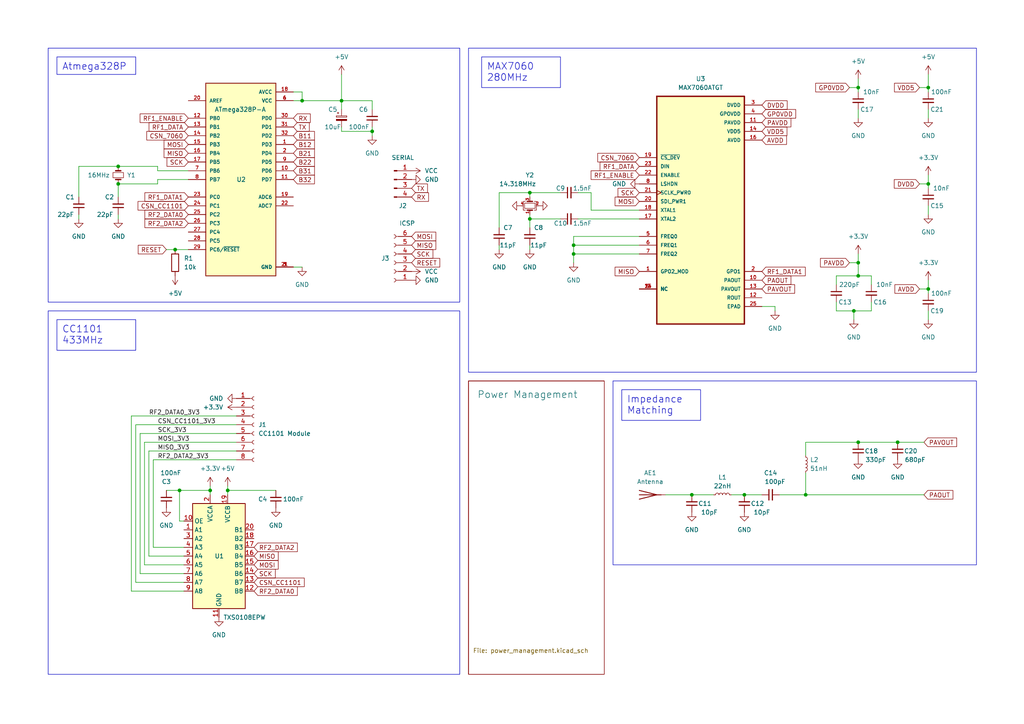
<source format=kicad_sch>
(kicad_sch (version 20230121) (generator eeschema)
  (paper "A4")
  (title_block (title "Garage Remote") (date "2023-07-05") (rev "2.0.0") (company "Pablo Ortiz López") (comment 1 "Garage remote able to open doors using a wide range of RF parameters and protocols") (comment 2 "ortizma.com"))
  (lib_symbols
    (symbol "ATMEGA328P-AU:ATMEGA328P-AU" (pin_names (offset 1.016))
      (property "Reference" "U" (at -10.1755 29.2546 0))
      (property "Value" "ATMEGA328P-AU" (at -10.1669 -31.7714 0))
      (symbol "ATMEGA328P-AU_0_0"
        (rectangle (start -10.16 -27.94) (end 10.16 27.94) (stroke (width 0.254)) (fill (type background)))
        (pin bidirectional line (at 15.24 10.16 180) (length 5.08) (name "PD3") (number "1"))
        (pin bidirectional line (at 15.24 2.54 180) (length 5.08) (name "PD6") (number "10"))
        (pin bidirectional line (at 15.24 0 180) (length 5.08) (name "PD7") (number "11"))
        (pin bidirectional line (at -15.24 17.78 0) (length 5.08) (name "PB0") (number "12"))
        (pin bidirectional line (at -15.24 15.24 0) (length 5.08) (name "PB1") (number "13"))
        (pin bidirectional line (at -15.24 12.7 0) (length 5.08) (name "PB2") (number "14"))
        (pin bidirectional line (at -15.24 10.16 0) (length 5.08) (name "PB3") (number "15"))
        (pin bidirectional line (at -15.24 7.62 0) (length 5.08) (name "PB4") (number "16"))
        (pin bidirectional line (at -15.24 5.08 0) (length 5.08) (name "PB5") (number "17"))
        (pin power_in line (at 15.24 25.4 180) (length 5.08) (name "AVCC") (number "18"))
        (pin bidirectional line (at 15.24 -5.08 180) (length 5.08) (name "ADC6") (number "19"))
        (pin bidirectional line (at 15.24 7.62 180) (length 5.08) (name "PD4") (number "2"))
        (pin input line (at -15.24 22.86 0) (length 5.08) (name "AREF") (number "20"))
        (pin power_in line (at 15.24 -25.4 180) (length 5.08) (name "GND") (number "21"))
        (pin bidirectional line (at 15.24 -7.62 180) (length 5.08) (name "ADC7") (number "22"))
        (pin bidirectional line (at -15.24 -5.08 0) (length 5.08) (name "PC0") (number "23"))
        (pin bidirectional line (at -15.24 -7.62 0) (length 5.08) (name "PC1") (number "24"))
        (pin bidirectional line (at -15.24 -10.16 0) (length 5.08) (name "PC2") (number "25"))
        (pin bidirectional line (at -15.24 -12.7 0) (length 5.08) (name "PC3") (number "26"))
        (pin bidirectional line (at -15.24 -15.24 0) (length 5.08) (name "PC4") (number "27"))
        (pin bidirectional line (at -15.24 -17.78 0) (length 5.08) (name "PC5") (number "28"))
        (pin bidirectional line (at -15.24 -20.32 0) (length 5.08) (name "PC6/~{RESET}") (number "29"))
        (pin power_in line (at 15.24 -25.4 180) (length 5.08) (name "GND") (number "3"))
        (pin bidirectional line (at 15.24 17.78 180) (length 5.08) (name "PD0") (number "30"))
        (pin bidirectional line (at 15.24 15.24 180) (length 5.08) (name "PD1") (number "31"))
        (pin bidirectional line (at 15.24 12.7 180) (length 5.08) (name "PD2") (number "32"))
        (pin power_in line (at 15.24 22.86 180) (length 5.08) (name "VCC") (number "4"))
        (pin power_in line (at 15.24 -25.4 180) (length 5.08) (name "GND") (number "5"))
        (pin power_in line (at 15.24 22.86 180) (length 5.08) (name "VCC") (number "6"))
        (pin bidirectional line (at -15.24 2.54 0) (length 5.08) (name "PB6") (number "7"))
        (pin bidirectional line (at -15.24 0 0) (length 5.08) (name "PB7") (number "8"))
        (pin bidirectional line (at 15.24 5.08 180) (length 5.08) (name "PD5") (number "9"))
      )
    )
    (symbol "Connector:Conn_01x04_Pin" (pin_names (offset 1.016) hide)
      (property "Reference" "J" (at 0 5.08 0))
      (property "Value" "Conn_01x04_Pin" (at 0 -7.62 0))
      (symbol "Conn_01x04_Pin_1_1"
        (polyline (pts (xy 1.27 -5.08) (xy 0.8636 -5.08)) (stroke (width 0.1524)))
        (polyline (pts (xy 1.27 -2.54) (xy 0.8636 -2.54)) (stroke (width 0.1524)))
        (polyline (pts (xy 1.27 0) (xy 0.8636 0)) (stroke (width 0.1524)))
        (polyline (pts (xy 1.27 2.54) (xy 0.8636 2.54)) (stroke (width 0.1524)))
        (rectangle (start 0.8636 -4.953) (end 0 -5.207) (stroke (width 0.1524)) (fill (type outline)))
        (rectangle (start 0.8636 -2.413) (end 0 -2.667) (stroke (width 0.1524)) (fill (type outline)))
        (rectangle (start 0.8636 0.127) (end 0 -0.127) (stroke (width 0.1524)) (fill (type outline)))
        (rectangle (start 0.8636 2.667) (end 0 2.413) (stroke (width 0.1524)) (fill (type outline)))
        (pin passive line (at 5.08 2.54 180) (length 3.81) (name "Pin_1") (number "1"))
        (pin passive line (at 5.08 0 180) (length 3.81) (name "Pin_2") (number "2"))
        (pin passive line (at 5.08 -2.54 180) (length 3.81) (name "Pin_3") (number "3"))
        (pin passive line (at 5.08 -5.08 180) (length 3.81) (name "Pin_4") (number "4"))
      )
    )
    (symbol "Connector:Conn_01x06_Socket" (pin_names (offset 1.016) hide)
      (property "Reference" "J" (at 0 7.62 0))
      (property "Value" "Conn_01x06_Socket" (at 0 -10.16 0))
      (symbol "Conn_01x06_Socket_1_1"
        (arc (start 0 -7.112) (mid -0.5058 -7.62) (end 0 -8.128) (stroke (width 0.1524)))
        (arc (start 0 -4.572) (mid -0.5058 -5.08) (end 0 -5.588) (stroke (width 0.1524)))
        (arc (start 0 -2.032) (mid -0.5058 -2.54) (end 0 -3.048) (stroke (width 0.1524)))
        (polyline (pts (xy -1.27 -7.62) (xy -0.508 -7.62)) (stroke (width 0.1524)))
        (polyline (pts (xy -1.27 -5.08) (xy -0.508 -5.08)) (stroke (width 0.1524)))
        (polyline (pts (xy -1.27 -2.54) (xy -0.508 -2.54)) (stroke (width 0.1524)))
        (polyline (pts (xy -1.27 0) (xy -0.508 0)) (stroke (width 0.1524)))
        (polyline (pts (xy -1.27 2.54) (xy -0.508 2.54)) (stroke (width 0.1524)))
        (polyline (pts (xy -1.27 5.08) (xy -0.508 5.08)) (stroke (width 0.1524)))
        (arc (start 0 0.508) (mid -0.5058 0) (end 0 -0.508) (stroke (width 0.1524)))
        (arc (start 0 3.048) (mid -0.5058 2.54) (end 0 2.032) (stroke (width 0.1524)))
        (arc (start 0 5.588) (mid -0.5058 5.08) (end 0 4.572) (stroke (width 0.1524)))
        (pin passive line (at -5.08 5.08 0) (length 3.81) (name "Pin_1") (number "1"))
        (pin passive line (at -5.08 2.54 0) (length 3.81) (name "Pin_2") (number "2"))
        (pin passive line (at -5.08 0 0) (length 3.81) (name "Pin_3") (number "3"))
        (pin passive line (at -5.08 -2.54 0) (length 3.81) (name "Pin_4") (number "4"))
        (pin passive line (at -5.08 -5.08 0) (length 3.81) (name "Pin_5") (number "5"))
        (pin passive line (at -5.08 -7.62 0) (length 3.81) (name "Pin_6") (number "6"))
      )
    )
    (symbol "Connector:Conn_01x08_Socket" (pin_names (offset 1.016) hide)
      (property "Reference" "J" (at 0 10.16 0))
      (property "Value" "Conn_01x08_Socket" (at 0 -12.7 0))
      (symbol "Conn_01x08_Socket_1_1"
        (arc (start 0 -9.652) (mid -0.5058 -10.16) (end 0 -10.668) (stroke (width 0.1524)))
        (arc (start 0 -7.112) (mid -0.5058 -7.62) (end 0 -8.128) (stroke (width 0.1524)))
        (arc (start 0 -4.572) (mid -0.5058 -5.08) (end 0 -5.588) (stroke (width 0.1524)))
        (arc (start 0 -2.032) (mid -0.5058 -2.54) (end 0 -3.048) (stroke (width 0.1524)))
        (polyline (pts (xy -1.27 -10.16) (xy -0.508 -10.16)) (stroke (width 0.1524)))
        (polyline (pts (xy -1.27 -7.62) (xy -0.508 -7.62)) (stroke (width 0.1524)))
        (polyline (pts (xy -1.27 -5.08) (xy -0.508 -5.08)) (stroke (width 0.1524)))
        (polyline (pts (xy -1.27 -2.54) (xy -0.508 -2.54)) (stroke (width 0.1524)))
        (polyline (pts (xy -1.27 0) (xy -0.508 0)) (stroke (width 0.1524)))
        (polyline (pts (xy -1.27 2.54) (xy -0.508 2.54)) (stroke (width 0.1524)))
        (polyline (pts (xy -1.27 5.08) (xy -0.508 5.08)) (stroke (width 0.1524)))
        (polyline (pts (xy -1.27 7.62) (xy -0.508 7.62)) (stroke (width 0.1524)))
        (arc (start 0 0.508) (mid -0.5058 0) (end 0 -0.508) (stroke (width 0.1524)))
        (arc (start 0 3.048) (mid -0.5058 2.54) (end 0 2.032) (stroke (width 0.1524)))
        (arc (start 0 5.588) (mid -0.5058 5.08) (end 0 4.572) (stroke (width 0.1524)))
        (arc (start 0 8.128) (mid -0.5058 7.62) (end 0 7.112) (stroke (width 0.1524)))
        (pin passive line (at -5.08 7.62 0) (length 3.81) (name "Pin_1") (number "1"))
        (pin passive line (at -5.08 5.08 0) (length 3.81) (name "Pin_2") (number "2"))
        (pin passive line (at -5.08 2.54 0) (length 3.81) (name "Pin_3") (number "3"))
        (pin passive line (at -5.08 0 0) (length 3.81) (name "Pin_4") (number "4"))
        (pin passive line (at -5.08 -2.54 0) (length 3.81) (name "Pin_5") (number "5"))
        (pin passive line (at -5.08 -5.08 0) (length 3.81) (name "Pin_6") (number "6"))
        (pin passive line (at -5.08 -7.62 0) (length 3.81) (name "Pin_7") (number "7"))
        (pin passive line (at -5.08 -10.16 0) (length 3.81) (name "Pin_8") (number "8"))
      )
    )
    (symbol "Device:Antenna" (pin_numbers hide) (pin_names (offset 1.016) hide)
      (property "Reference" "AE" (at -1.905 1.905 0))
      (property "Value" "Antenna" (at -1.905 0 0))
      (symbol "Antenna_0_1"
        (polyline (pts (xy 0 2.54) (xy 0 -3.81)) (stroke (width 0.254)))
        (polyline (pts (xy 1.27 2.54) (xy 0 -2.54) (xy -1.27 2.54)) (stroke (width 0.254)))
      )
      (symbol "Antenna_1_1"
        (pin input line (at 0 -5.08 90) (length 2.54) (name "A") (number "1"))
      )
    )
    (symbol "Device:C_Polarized_Small" (pin_numbers hide) (pin_names (offset 0.254) hide)
      (property "Reference" "C" (at 0.254 1.778 0))
      (property "Value" "C_Polarized_Small" (at 0.254 -2.032 0))
      (symbol "C_Polarized_Small_0_1"
        (rectangle (start -1.524 -0.3048) (end 1.524 -0.6858) (fill (type outline)))
        (rectangle (start -1.524 0.6858) (end 1.524 0.3048))
        (polyline (pts (xy -1.27 1.524) (xy -0.762 1.524)))
        (polyline (pts (xy -1.016 1.27) (xy -1.016 1.778)))
      )
      (symbol "C_Polarized_Small_1_1"
        (pin passive line (at 0 2.54 270) (length 1.8542) (name "~") (number "1"))
        (pin passive line (at 0 -2.54 90) (length 1.8542) (name "~") (number "2"))
      )
    )
    (symbol "Device:C_Small" (pin_numbers hide) (pin_names (offset 0.254) hide)
      (property "Reference" "C" (at 0.254 1.778 0))
      (property "Value" "C_Small" (at 0.254 -2.032 0))
      (symbol "C_Small_0_1"
        (polyline (pts (xy -1.524 -0.508) (xy 1.524 -0.508)) (stroke (width 0.3302)))
        (polyline (pts (xy -1.524 0.508) (xy 1.524 0.508)) (stroke (width 0.3048)))
      )
      (symbol "C_Small_1_1"
        (pin passive line (at 0 2.54 270) (length 2.032) (name "~") (number "1"))
        (pin passive line (at 0 -2.54 90) (length 2.032) (name "~") (number "2"))
      )
    )
    (symbol "Device:Crystal_GND24_Small" (pin_names (offset 1.016) hide)
      (property "Reference" "Y" (at 1.27 4.445 0))
      (property "Value" "Crystal_GND24_Small" (at 1.27 2.54 0))
      (symbol "Crystal_GND24_Small_0_1"
        (rectangle (start -0.762 -1.524) (end 0.762 1.524))
        (polyline (pts (xy -1.27 -0.762) (xy -1.27 0.762)) (stroke (width 0.381)))
        (polyline (pts (xy 1.27 -0.762) (xy 1.27 0.762)) (stroke (width 0.381)))
        (polyline (pts (xy -1.27 -1.27) (xy -1.27 -1.905) (xy 1.27 -1.905) (xy 1.27 -1.27)))
        (polyline (pts (xy -1.27 1.27) (xy -1.27 1.905) (xy 1.27 1.905) (xy 1.27 1.27)))
      )
      (symbol "Crystal_GND24_Small_1_1"
        (pin passive line (at -2.54 0 0) (length 1.27) (name "1") (number "1"))
        (pin passive line (at 0 -2.54 90) (length 0.635) (name "2") (number "2"))
        (pin passive line (at 2.54 0 180) (length 1.27) (name "3") (number "3"))
        (pin passive line (at 0 2.54 270) (length 0.635) (name "4") (number "4"))
      )
    )
    (symbol "Device:Crystal_Small" (pin_numbers hide) (pin_names (offset 1.016) hide)
      (property "Reference" "Y" (at 0 2.54 0))
      (property "Value" "Crystal_Small" (at 0 -2.54 0))
      (symbol "Crystal_Small_0_1"
        (rectangle (start -0.762 -1.524) (end 0.762 1.524))
        (polyline (pts (xy -1.27 -0.762) (xy -1.27 0.762)) (stroke (width 0.381)))
        (polyline (pts (xy 1.27 -0.762) (xy 1.27 0.762)) (stroke (width 0.381)))
      )
      (symbol "Crystal_Small_1_1"
        (pin passive line (at -2.54 0 0) (length 1.27) (name "1") (number "1"))
        (pin passive line (at 2.54 0 180) (length 1.27) (name "2") (number "2"))
      )
    )
    (symbol "Device:L_Small" (pin_numbers hide) (pin_names (offset 0.254) hide)
      (property "Reference" "L" (at 0.762 1.016 0))
      (property "Value" "L_Small" (at 0.762 -1.016 0))
      (symbol "L_Small_0_1"
        (arc (start 0 -2.032) (mid 0.5058 -1.524) (end 0 -1.016))
        (arc (start 0 -1.016) (mid 0.5058 -0.508) (end 0 0))
        (arc (start 0 0) (mid 0.5058 0.508) (end 0 1.016))
        (arc (start 0 1.016) (mid 0.5058 1.524) (end 0 2.032))
      )
      (symbol "L_Small_1_1"
        (pin passive line (at 0 2.54 270) (length 0.508) (name "~") (number "1"))
        (pin passive line (at 0 -2.54 90) (length 0.508) (name "~") (number "2"))
      )
    )
    (symbol "Device:R" (pin_numbers hide) (pin_names (offset 0))
      (property "Reference" "R" (at 2.032 0 90))
      (property "Value" "R" (at 0 0 90))
      (symbol "R_0_1"
        (rectangle (start -1.016 -2.54) (end 1.016 2.54) (stroke (width 0.254)))
      )
      (symbol "R_1_1"
        (pin passive line (at 0 3.81 270) (length 1.27) (name "~") (number "1"))
        (pin passive line (at 0 -3.81 90) (length 1.27) (name "~") (number "2"))
      )
    )
    (symbol "Logic_LevelTranslator:TXS0108EPW"
      (property "Reference" "U" (at -6.35 16.51 0))
      (property "Value" "TXS0108EPW" (at 3.81 16.51 0))
      (symbol "TXS0108EPW_0_1"
        (rectangle (start -7.62 15.24) (end 7.62 -15.24) (stroke (width 0.254)) (fill (type background)))
      )
      (symbol "TXS0108EPW_1_1"
        (pin bidirectional line (at -10.16 7.62 0) (length 2.54) (name "A1") (number "1"))
        (pin input line (at -10.16 10.16 0) (length 2.54) (name "OE") (number "10"))
        (pin power_in line (at 0 -17.78 90) (length 2.54) (name "GND") (number "11"))
        (pin bidirectional line (at 10.16 -10.16 180) (length 2.54) (name "B8") (number "12"))
        (pin bidirectional line (at 10.16 -7.62 180) (length 2.54) (name "B7") (number "13"))
        (pin bidirectional line (at 10.16 -5.08 180) (length 2.54) (name "B6") (number "14"))
        (pin bidirectional line (at 10.16 -2.54 180) (length 2.54) (name "B5") (number "15"))
        (pin bidirectional line (at 10.16 0 180) (length 2.54) (name "B4") (number "16"))
        (pin bidirectional line (at 10.16 2.54 180) (length 2.54) (name "B3") (number "17"))
        (pin bidirectional line (at 10.16 5.08 180) (length 2.54) (name "B2") (number "18"))
        (pin power_in line (at 2.54 17.78 270) (length 2.54) (name "VCCB") (number "19"))
        (pin power_in line (at -2.54 17.78 270) (length 2.54) (name "VCCA") (number "2"))
        (pin bidirectional line (at 10.16 7.62 180) (length 2.54) (name "B1") (number "20"))
        (pin bidirectional line (at -10.16 5.08 0) (length 2.54) (name "A2") (number "3"))
        (pin bidirectional line (at -10.16 2.54 0) (length 2.54) (name "A3") (number "4"))
        (pin bidirectional line (at -10.16 0 0) (length 2.54) (name "A4") (number "5"))
        (pin bidirectional line (at -10.16 -2.54 0) (length 2.54) (name "A5") (number "6"))
        (pin bidirectional line (at -10.16 -5.08 0) (length 2.54) (name "A6") (number "7"))
        (pin bidirectional line (at -10.16 -7.62 0) (length 2.54) (name "A7") (number "8"))
        (pin bidirectional line (at -10.16 -10.16 0) (length 2.54) (name "A8") (number "9"))
      )
    )
    (symbol "MAX7060ATGT:MAX7060ATGT" (pin_names (offset 1.016))
      (property "Reference" "U" (at -12.7 34.02 0))
      (property "Value" "MAX7060ATGT" (at -12.7 -37.02 0))
      (symbol "MAX7060ATGT_0_0"
        (rectangle (start -12.7 -33.02) (end 12.7 33.02) (stroke (width 0.41)) (fill (type background)))
        (pin bidirectional line (at -17.78 -17.78 0) (length 5.08) (name "GPO2_MOD") (number "1"))
        (pin output line (at 17.78 -20.32 180) (length 5.08) (name "PAOUT") (number "10"))
        (pin power_in line (at 17.78 25.4 180) (length 5.08) (name "PAVDD") (number "11"))
        (pin output line (at 17.78 -25.4 180) (length 5.08) (name "ROUT") (number "12"))
        (pin output line (at 17.78 -22.86 180) (length 5.08) (name "PAVOUT") (number "13"))
        (pin power_in line (at 17.78 22.86 180) (length 5.08) (name "VDD5") (number "14"))
        (pin bidirectional line (at -17.78 -22.86 0) (length 5.08) (name "NC") (number "15"))
        (pin power_in line (at 17.78 20.32 180) (length 5.08) (name "AVDD") (number "16"))
        (pin input line (at -17.78 -2.54 0) (length 5.08) (name "XTAL2") (number "17"))
        (pin input line (at -17.78 0 0) (length 5.08) (name "XTAL1") (number "18"))
        (pin input line (at -17.78 15.24 0) (length 5.08) (name "~{CS_DEV}") (number "19"))
        (pin output line (at 17.78 -17.78 180) (length 5.08) (name "GPO1") (number "2"))
        (pin input line (at -17.78 2.54 0) (length 5.08) (name "SDI_PWR1") (number "20"))
        (pin input clock (at -17.78 5.08 0) (length 5.08) (name "SCLK_PWR0") (number "21"))
        (pin input line (at -17.78 10.16 0) (length 5.08) (name "ENABLE") (number "22"))
        (pin input line (at -17.78 12.7 0) (length 5.08) (name "DIN") (number "23"))
        (pin bidirectional line (at -17.78 -22.86 0) (length 5.08) (name "NC") (number "24"))
        (pin power_in line (at 17.78 -27.94 180) (length 5.08) (name "EPAD") (number "25"))
        (pin power_in line (at 17.78 30.48 180) (length 5.08) (name "DVDD") (number "3"))
        (pin power_in line (at 17.78 27.94 180) (length 5.08) (name "GPOVDD") (number "4"))
        (pin bidirectional line (at -17.78 -7.62 0) (length 5.08) (name "FREQ0") (number "5"))
        (pin bidirectional line (at -17.78 -10.16 0) (length 5.08) (name "FREQ1") (number "6"))
        (pin bidirectional line (at -17.78 -12.7 0) (length 5.08) (name "FREQ2") (number "7"))
        (pin input line (at -17.78 7.62 0) (length 5.08) (name "LSHDN") (number "8"))
        (pin bidirectional line (at -17.78 -22.86 0) (length 5.08) (name "NC") (number "9"))
      )
    )
    (symbol "power:+3.3V" (power) (pin_names (offset 0))
      (property "Value" "+3.3V" (at 0 3.556 0))
      (symbol "+3.3V_0_1"
        (polyline (pts (xy -0.762 1.27) (xy 0 2.54)))
        (polyline (pts (xy 0 0) (xy 0 2.54)))
        (polyline (pts (xy 0 2.54) (xy 0.762 1.27)))
      )
      (symbol "+3.3V_1_1"
        (pin power_in line (at 0 0 90) (length 0) hide (name "+3.3V") (number "1"))
      )
    )
    (symbol "power:+5V" (power) (pin_names (offset 0))
      (property "Value" "+5V" (at 0 3.556 0))
      (symbol "+5V_0_1"
        (polyline (pts (xy -0.762 1.27) (xy 0 2.54)))
        (polyline (pts (xy 0 0) (xy 0 2.54)))
        (polyline (pts (xy 0 2.54) (xy 0.762 1.27)))
      )
      (symbol "+5V_1_1"
        (pin power_in line (at 0 0 90) (length 0) hide (name "+5V") (number "1"))
      )
    )
    (symbol "power:GND" (power) (pin_names (offset 0))
      (property "Value" "GND" (at 0 -3.81 0))
      (symbol "GND_0_1"
        (polyline (pts (xy 0 0) (xy 0 -1.27) (xy 1.27 -1.27) (xy 0 -2.54) (xy -1.27 -1.27) (xy 0 -1.27)))
      )
      (symbol "GND_1_1"
        (pin power_in line (at 0 0 270) (length 0) hide (name "GND") (number "1"))
      )
    )
    (symbol "power:VCC" (power) (pin_names (offset 0))
      (property "Value" "VCC" (at 0 3.81 0))
      (symbol "VCC_0_1"
        (polyline (pts (xy -0.762 1.27) (xy 0 2.54)))
        (polyline (pts (xy 0 0) (xy 0 2.54)))
        (polyline (pts (xy 0 2.54) (xy 0.762 1.27)))
      )
      (symbol "VCC_1_1"
        (pin power_in line (at 0 0 90) (length 0) hide (name "VCC") (number "1"))
      )
    )
  )
  (junction (at 60.96 142.24))
  (junction (at 269.24 83.82))
  (junction (at 248.92 128.27))
  (junction (at 153.67 63.5))
  (junction (at 269.24 53.34))
  (junction (at 166.37 71.12))
  (junction (at 66.04 142.24))
  (junction (at 34.29 48.26))
  (junction (at 153.67 55.88))
  (junction (at 248.92 25.4))
  (junction (at 99.06 29.21))
  (junction (at 50.8 72.39))
  (junction (at 269.24 25.4))
  (junction (at 166.37 73.66))
  (junction (at 107.95 38.1))
  (junction (at 215.9 143.51))
  (junction (at 248.92 80.01))
  (junction (at 260.35 128.27))
  (junction (at 233.68 143.51))
  (junction (at 248.92 76.2))
  (junction (at 87.63 29.21))
  (junction (at 52.07 142.24))
  (junction (at 34.29 53.34))
  (junction (at 247.65 90.17))
  (junction (at 200.66 143.51))
  (wire (pts (xy 53.34 151.13) (xy 52.07 151.13)))
  (wire (pts (xy 224.79 90.17) (xy 224.79 88.9)))
  (wire (pts (xy 87.63 26.67) (xy 87.63 29.21)))
  (wire (pts (xy 107.95 38.1) (xy 107.95 39.37)))
  (wire (pts (xy 269.24 53.34) (xy 269.24 54.61)))
  (wire (pts (xy 247.65 92.71) (xy 247.65 90.17)))
  (wire (pts (xy 66.04 142.24) (xy 80.01 142.24)))
  (wire (pts (xy 44.45 133.35) (xy 44.45 158.75)))
  (wire (pts (xy 171.45 60.96) (xy 185.42 60.96)))
  (wire (pts (xy 248.92 80.01) (xy 252.73 80.01)))
  (wire (pts (xy 22.86 57.15) (xy 22.86 48.26)))
  (wire (pts (xy 242.57 80.01) (xy 248.92 80.01)))
  (wire (pts (xy 53.34 166.37) (xy 40.64 166.37)))
  (wire (pts (xy 45.72 48.26) (xy 45.72 49.53)))
  (wire (pts (xy 269.24 59.69) (xy 269.24 62.23)))
  (wire (pts (xy 269.24 90.17) (xy 269.24 92.71)))
  (wire (pts (xy 242.57 90.17) (xy 247.65 90.17)))
  (wire (pts (xy 85.09 77.47) (xy 87.63 77.47)))
  (wire (pts (xy 41.91 163.83) (xy 53.34 163.83)))
  (wire (pts (xy 87.63 29.21) (xy 99.06 29.21)))
  (wire (pts (xy 166.37 73.66) (xy 166.37 76.2)))
  (wire (pts (xy 99.06 31.75) (xy 99.06 29.21)))
  (wire (pts (xy 68.58 120.65) (xy 38.1 120.65)))
  (wire (pts (xy 166.37 71.12) (xy 166.37 73.66)))
  (wire (pts (xy 144.78 55.88) (xy 153.67 55.88)))
  (wire (pts (xy 153.67 72.39) (xy 153.67 71.12)))
  (wire (pts (xy 153.67 62.23) (xy 153.67 63.5)))
  (wire (pts (xy 247.65 90.17) (xy 252.73 90.17)))
  (wire (pts (xy 40.64 125.73) (xy 68.58 125.73)))
  (wire (pts (xy 22.86 48.26) (xy 34.29 48.26)))
  (wire (pts (xy 34.29 53.34) (xy 34.29 57.15)))
  (wire (pts (xy 99.06 38.1) (xy 99.06 36.83)))
  (wire (pts (xy 60.96 142.24) (xy 60.96 143.51)))
  (wire (pts (xy 248.92 22.86) (xy 248.92 25.4)))
  (wire (pts (xy 52.07 142.24) (xy 60.96 142.24)))
  (wire (pts (xy 248.92 25.4) (xy 248.92 26.67)))
  (wire (pts (xy 99.06 21.59) (xy 99.06 29.21)))
  (wire (pts (xy 193.04 143.51) (xy 200.66 143.51)))
  (wire (pts (xy 153.67 55.88) (xy 162.56 55.88)))
  (wire (pts (xy 246.38 25.4) (xy 248.92 25.4)))
  (wire (pts (xy 39.37 168.91) (xy 53.34 168.91)))
  (wire (pts (xy 269.24 26.67) (xy 269.24 25.4)))
  (wire (pts (xy 233.68 137.16) (xy 233.68 143.51)))
  (wire (pts (xy 43.18 130.81) (xy 68.58 130.81)))
  (wire (pts (xy 248.92 76.2) (xy 248.92 80.01)))
  (wire (pts (xy 248.92 73.66) (xy 248.92 76.2)))
  (wire (pts (xy 45.72 53.34) (xy 34.29 53.34)))
  (wire (pts (xy 269.24 81.28) (xy 269.24 83.82)))
  (wire (pts (xy 66.04 140.97) (xy 66.04 142.24)))
  (wire (pts (xy 200.66 143.51) (xy 207.01 143.51)))
  (wire (pts (xy 52.07 142.24) (xy 52.07 151.13)))
  (wire (pts (xy 144.78 66.04) (xy 144.78 55.88)))
  (wire (pts (xy 53.34 161.29) (xy 43.18 161.29)))
  (wire (pts (xy 266.7 83.82) (xy 269.24 83.82)))
  (wire (pts (xy 233.68 128.27) (xy 248.92 128.27)))
  (wire (pts (xy 41.91 128.27) (xy 41.91 163.83)))
  (wire (pts (xy 269.24 25.4) (xy 266.7 25.4)))
  (wire (pts (xy 38.1 120.65) (xy 38.1 171.45)))
  (wire (pts (xy 153.67 63.5) (xy 153.67 66.04)))
  (wire (pts (xy 233.68 128.27) (xy 233.68 132.08)))
  (wire (pts (xy 167.64 63.5) (xy 185.42 63.5)))
  (wire (pts (xy 48.26 142.24) (xy 52.07 142.24)))
  (wire (pts (xy 45.72 49.53) (xy 54.61 49.53)))
  (wire (pts (xy 269.24 21.59) (xy 269.24 25.4)))
  (wire (pts (xy 99.06 29.21) (xy 107.95 29.21)))
  (wire (pts (xy 224.79 88.9) (xy 220.98 88.9)))
  (wire (pts (xy 48.26 72.39) (xy 50.8 72.39)))
  (wire (pts (xy 212.09 143.51) (xy 215.9 143.51)))
  (wire (pts (xy 107.95 29.21) (xy 107.95 31.75)))
  (wire (pts (xy 153.67 57.15) (xy 153.67 55.88)))
  (wire (pts (xy 269.24 50.8) (xy 269.24 53.34)))
  (wire (pts (xy 267.97 128.27) (xy 260.35 128.27)))
  (wire (pts (xy 269.24 34.29) (xy 269.24 31.75)))
  (wire (pts (xy 66.04 142.24) (xy 66.04 143.51)))
  (wire (pts (xy 85.09 26.67) (xy 87.63 26.67)))
  (wire (pts (xy 166.37 71.12) (xy 185.42 71.12)))
  (wire (pts (xy 242.57 90.17) (xy 242.57 87.63)))
  (wire (pts (xy 39.37 123.19) (xy 39.37 168.91)))
  (wire (pts (xy 260.35 128.27) (xy 248.92 128.27)))
  (wire (pts (xy 34.29 48.26) (xy 45.72 48.26)))
  (wire (pts (xy 99.06 38.1) (xy 107.95 38.1)))
  (wire (pts (xy 215.9 143.51) (xy 220.98 143.51)))
  (wire (pts (xy 233.68 143.51) (xy 226.06 143.51)))
  (wire (pts (xy 60.96 140.97) (xy 60.96 142.24)))
  (wire (pts (xy 43.18 161.29) (xy 43.18 130.81)))
  (wire (pts (xy 68.58 133.35) (xy 44.45 133.35)))
  (wire (pts (xy 171.45 55.88) (xy 171.45 60.96)))
  (wire (pts (xy 87.63 29.21) (xy 85.09 29.21)))
  (wire (pts (xy 248.92 34.29) (xy 248.92 31.75)))
  (wire (pts (xy 45.72 52.07) (xy 45.72 53.34)))
  (wire (pts (xy 166.37 68.58) (xy 166.37 71.12)))
  (wire (pts (xy 167.64 55.88) (xy 171.45 55.88)))
  (wire (pts (xy 40.64 166.37) (xy 40.64 125.73)))
  (wire (pts (xy 252.73 90.17) (xy 252.73 87.63)))
  (wire (pts (xy 54.61 52.07) (xy 45.72 52.07)))
  (wire (pts (xy 34.29 63.5) (xy 34.29 62.23)))
  (wire (pts (xy 246.38 76.2) (xy 248.92 76.2)))
  (wire (pts (xy 22.86 62.23) (xy 22.86 63.5)))
  (wire (pts (xy 153.67 63.5) (xy 162.56 63.5)))
  (wire (pts (xy 44.45 158.75) (xy 53.34 158.75)))
  (wire (pts (xy 166.37 73.66) (xy 185.42 73.66)))
  (wire (pts (xy 266.7 53.34) (xy 269.24 53.34)))
  (wire (pts (xy 252.73 80.01) (xy 252.73 82.55)))
  (wire (pts (xy 144.78 71.12) (xy 144.78 72.39)))
  (wire (pts (xy 269.24 83.82) (xy 269.24 85.09)))
  (wire (pts (xy 38.1 171.45) (xy 53.34 171.45)))
  (wire (pts (xy 242.57 80.01) (xy 242.57 82.55)))
  (wire (pts (xy 233.68 143.51) (xy 267.97 143.51)))
  (wire (pts (xy 107.95 38.1) (xy 107.95 36.83)))
  (wire (pts (xy 68.58 128.27) (xy 41.91 128.27)))
  (wire (pts (xy 50.8 72.39) (xy 54.61 72.39)))
  (wire (pts (xy 185.42 68.58) (xy 166.37 68.58)))
  (wire (pts (xy 68.58 123.19) (xy 39.37 123.19)))
  (rectangle (start 13.97 90.17) (end 133.35 195.58))
  (rectangle (start 135.89 13.97) (end 283.21 107.95))
  (rectangle (start 13.97 13.97) (end 133.35 87.63))
  (rectangle (start 177.8 110.49) (end 283.21 163.83))
  (text_box "MAX7060\n280MHz" (at 139.7 16.51 0) (size 22.86 8.89) (effects (font (size 2 2)) (justify left top)))
  (text_box "Impedance\nMatching" (at 180.34 113.03 0) (size 22.86 8.89) (effects (font (size 2 2)) (justify left top)))
  (text_box "Atmega328P" (at 16.51 16.51 0) (size 22.86 5.08) (effects (font (size 2 2)) (justify left top)))
  (text_box "CC1101\n433MHz" (at 16.51 92.71 0) (size 22.86 8.89) (effects (font (size 2 2)) (justify left top)))
  (label "MOSI_3V3" (at 45.72 128.27 0))
  (label "CSN_CC1101_3V3" (at 45.72 123.19 0))
  (label "RF2_DATA0_3V3" (at 43.18 120.65 0))
  (label "MISO_3V3" (at 45.72 130.81 0))
  (label "RF2_DATA2_3V3" (at 45.72 133.35 0))
  (label "SCK_3V3" (at 45.72 125.73 0))
  (global_label "MOSI" (shape input) (at 185.42 58.42 180) (property "Intersheetrefs" "${INTERSHEET_REFS}" (effects hide)))
  (global_label "MISO" (shape input) (at 185.42 78.74 180) (property "Intersheetrefs" "${INTERSHEET_REFS}" (effects hide)))
  (global_label "TX" (shape input) (at 85.09 36.83 0) (property "Intersheetrefs" "${INTERSHEET_REFS}" (effects hide)))
  (global_label "MISO" (shape input) (at 73.66 161.29 0) (property "Intersheetrefs" "${INTERSHEET_REFS}" (effects hide)))
  (global_label "RESET" (shape input) (at 48.26 72.39 180) (property "Intersheetrefs" "${INTERSHEET_REFS}" (effects hide)))
  (global_label "MOSI" (shape input) (at 54.61 41.91 180) (property "Intersheetrefs" "${INTERSHEET_REFS}" (effects hide)))
  (global_label "DVDD" (shape input) (at 266.7 53.34 180) (property "Intersheetrefs" "${INTERSHEET_REFS}" (effects hide)))
  (global_label "RF2_DATA2" (shape input) (at 54.61 64.77 180) (property "Intersheetrefs" "${INTERSHEET_REFS}" (effects hide)))
  (global_label "RF1_DATA1" (shape input) (at 54.61 57.15 180) (property "Intersheetrefs" "${INTERSHEET_REFS}" (effects hide)))
  (global_label "RF1_DATA1" (shape input) (at 220.98 78.74 0) (property "Intersheetrefs" "${INTERSHEET_REFS}" (effects hide)))
  (global_label "RESET" (shape input) (at 119.38 76.2 0) (property "Intersheetrefs" "${INTERSHEET_REFS}" (effects hide)))
  (global_label "PAVDD" (shape input) (at 220.98 35.56 0) (property "Intersheetrefs" "${INTERSHEET_REFS}" (effects hide)))
  (global_label "CSN_7060" (shape input) (at 54.61 39.37 180) (property "Intersheetrefs" "${INTERSHEET_REFS}" (effects hide)))
  (global_label "MOSI" (shape input) (at 119.38 68.58 0) (property "Intersheetrefs" "${INTERSHEET_REFS}" (effects hide)))
  (global_label "B22" (shape input) (at 85.09 46.99 0) (property "Intersheetrefs" "${INTERSHEET_REFS}" (effects hide)))
  (global_label "SCK" (shape input) (at 185.42 55.88 180) (property "Intersheetrefs" "${INTERSHEET_REFS}" (effects hide)))
  (global_label "MOSI" (shape input) (at 73.66 163.83 0) (property "Intersheetrefs" "${INTERSHEET_REFS}" (effects hide)))
  (global_label "B12" (shape input) (at 85.09 41.91 0) (property "Intersheetrefs" "${INTERSHEET_REFS}" (effects hide)))
  (global_label "RF2_DATA2" (shape input) (at 73.66 158.75 0) (property "Intersheetrefs" "${INTERSHEET_REFS}" (effects hide)))
  (global_label "RF1_ENABLE" (shape input) (at 185.42 50.8 180) (property "Intersheetrefs" "${INTERSHEET_REFS}" (effects hide)))
  (global_label "CSN_CC1101" (shape input) (at 54.61 59.69 180) (property "Intersheetrefs" "${INTERSHEET_REFS}" (effects hide)))
  (global_label "RF2_DATA0" (shape input) (at 54.61 62.23 180) (property "Intersheetrefs" "${INTERSHEET_REFS}" (effects hide)))
  (global_label "RX" (shape input) (at 119.38 57.15 0) (property "Intersheetrefs" "${INTERSHEET_REFS}" (effects hide)))
  (global_label "MISO" (shape input) (at 119.38 71.12 0) (property "Intersheetrefs" "${INTERSHEET_REFS}" (effects hide)))
  (global_label "RF1_DATA" (shape input) (at 185.42 48.26 180) (property "Intersheetrefs" "${INTERSHEET_REFS}" (effects hide)))
  (global_label "VDD5" (shape input) (at 220.98 38.1 0) (property "Intersheetrefs" "${INTERSHEET_REFS}" (effects hide)))
  (global_label "VDD5" (shape input) (at 266.7 25.4 180) (property "Intersheetrefs" "${INTERSHEET_REFS}" (effects hide)))
  (global_label "B32" (shape input) (at 85.09 52.07 0) (property "Intersheetrefs" "${INTERSHEET_REFS}" (effects hide)))
  (global_label "PAOUT" (shape input) (at 267.97 143.51 0) (property "Intersheetrefs" "${INTERSHEET_REFS}" (effects hide)))
  (global_label "RF1_ENABLE" (shape input) (at 54.61 34.29 180) (property "Intersheetrefs" "${INTERSHEET_REFS}" (effects hide)))
  (global_label "PAVDD" (shape input) (at 246.38 76.2 180) (property "Intersheetrefs" "${INTERSHEET_REFS}" (effects hide)))
  (global_label "AVDD" (shape input) (at 266.7 83.82 180) (property "Intersheetrefs" "${INTERSHEET_REFS}" (effects hide)))
  (global_label "B11" (shape input) (at 85.09 39.37 0) (property "Intersheetrefs" "${INTERSHEET_REFS}" (effects hide)))
  (global_label "GP0VDD" (shape input) (at 220.98 33.02 0) (property "Intersheetrefs" "${INTERSHEET_REFS}" (effects hide)))
  (global_label "SCK" (shape input) (at 73.66 166.37 0) (property "Intersheetrefs" "${INTERSHEET_REFS}" (effects hide)))
  (global_label "CSN_CC1101" (shape input) (at 73.66 168.91 0) (property "Intersheetrefs" "${INTERSHEET_REFS}" (effects hide)))
  (global_label "TX" (shape input) (at 119.38 54.61 0) (property "Intersheetrefs" "${INTERSHEET_REFS}" (effects hide)))
  (global_label "CSN_7060" (shape input) (at 185.42 45.72 180) (property "Intersheetrefs" "${INTERSHEET_REFS}" (effects hide)))
  (global_label "B31" (shape input) (at 85.09 49.53 0) (property "Intersheetrefs" "${INTERSHEET_REFS}" (effects hide)))
  (global_label "AVDD" (shape input) (at 220.98 40.64 0) (property "Intersheetrefs" "${INTERSHEET_REFS}" (effects hide)))
  (global_label "RF1_DATA" (shape input) (at 54.61 36.83 180) (property "Intersheetrefs" "${INTERSHEET_REFS}" (effects hide)))
  (global_label "RX" (shape input) (at 85.09 34.29 0) (property "Intersheetrefs" "${INTERSHEET_REFS}" (effects hide)))
  (global_label "RF2_DATA0" (shape input) (at 73.66 171.45 0) (property "Intersheetrefs" "${INTERSHEET_REFS}" (effects hide)))
  (global_label "B21" (shape input) (at 85.09 44.45 0) (property "Intersheetrefs" "${INTERSHEET_REFS}" (effects hide)))
  (global_label "PAVOUT" (shape input) (at 267.97 128.27 0) (property "Intersheetrefs" "${INTERSHEET_REFS}" (effects hide)))
  (global_label "PAVOUT" (shape input) (at 220.98 83.82 0) (property "Intersheetrefs" "${INTERSHEET_REFS}" (effects hide)))
  (global_label "PAOUT" (shape input) (at 220.98 81.28 0) (property "Intersheetrefs" "${INTERSHEET_REFS}" (effects hide)))
  (global_label "DVDD" (shape input) (at 220.98 30.48 0) (property "Intersheetrefs" "${INTERSHEET_REFS}" (effects hide)))
  (global_label "SCK" (shape input) (at 119.38 73.66 0) (property "Intersheetrefs" "${INTERSHEET_REFS}" (effects hide)))
  (global_label "SCK" (shape input) (at 54.61 46.99 180) (property "Intersheetrefs" "${INTERSHEET_REFS}" (effects hide)))
  (global_label "GP0VDD" (shape input) (at 246.38 25.4 180) (property "Intersheetrefs" "${INTERSHEET_REFS}" (effects hide)))
  (global_label "MISO" (shape input) (at 54.61 44.45 180) (property "Intersheetrefs" "${INTERSHEET_REFS}" (effects hide)))
  (symbol (lib_id "power:GND") (at 151.13 59.69 270) (unit 1)
    (property "Reference" "#PWR015" (effects hide))
    (property "Value" "GND" (effects hide))
  )
  (symbol (lib_id "Device:C_Polarized_Small") (at 99.06 34.29 0) (unit 1)
    (property "Reference" "C5" (at 96.52 31.75 0))
    (property "Value" "10uF" (at 96.52 36.83 0))
    (property "Footprint" "Capacitor_SMD:CP_Elec_6.3x4.9" (effects hide))
  )
  (symbol (lib_id "power:GND") (at 247.65 92.71 0) (unit 1)
    (property "Reference" "#PWR025" (effects hide))
    (property "Value" "GND" (at 247.65 97.79 0))
  )
  (symbol (lib_id "Device:R") (at 50.8 76.2 0) (unit 1)
    (property "Reference" "R1" (at 53.34 74.93 0) (effects (justify left)))
    (property "Value" "10k" (at 53.34 77.47 0) (effects (justify left)))
    (property "Footprint" "Resistor_SMD:R_1206_3216Metric_Pad1.30x1.75mm_HandSolder" (effects hide))
  )
  (symbol (lib_id "ATMEGA328P-AU:ATMEGA328P-AU") (at 69.85 52.07 0) (unit 1)
    (property "Reference" "U2" (at 68.58 52.07 0) (effects (justify left)))
    (property "Value" "ATmega328P-A" (at 62.23 31.75 0) (effects (justify left)))
    (property "Footprint" "AA_Footprints:Atmega328p-TQFP" (effects hide))
    (property "Datasheet" "http://ww1.microchip.com/downloads/en/DeviceDoc/ATmega328_P%20AVR%20MCU%20with%20picoPower%20Technology%20Data%20Sheet%2040001984A.pdf" (effects hide))
    (property "MANUFACTURER" "Atmel" (effects hide))
  )
  (symbol (lib_id "power:GND") (at 107.95 39.37 0) (unit 1)
    (property "Reference" "#PWR013" (effects hide))
    (property "Value" "GND" (at 107.95 44.45 0))
  )
  (symbol (lib_id "power:GND") (at 248.92 133.35 0) (unit 1)
    (property "Reference" "#PWR029" (effects hide))
    (property "Value" "GND" (at 248.92 138.43 0))
  )
  (symbol (lib_id "Device:Crystal_GND24_Small") (at 153.67 59.69 90) (unit 1)
    (property "Reference" "Y2" (at 152.4 50.8 90) (effects (justify right)))
    (property "Value" "14.318MHz" (at 144.78 53.34 90) (effects (justify right)))
    (property "Footprint" "Crystal:Crystal_SMD_Abracon_ABM8G-4Pin_3.2x2.5mm" (effects hide))
  )
  (symbol (lib_id "Device:C_Small") (at 248.92 29.21 0) (unit 1)
    (property "Reference" "C17" (at 251.46 31.75 0))
    (property "Value" "10nF" (at 252.73 26.67 0))
    (property "Footprint" "Capacitor_SMD:C_0805_2012Metric_Pad1.18x1.45mm_HandSolder" (effects hide))
  )
  (symbol (lib_id "power:GND") (at 48.26 147.32 0) (unit 1)
    (property "Reference" "#PWR03" (effects hide))
    (property "Value" "GND" (at 48.26 152.4 0))
  )
  (symbol (lib_id "Device:C_Small") (at 34.29 59.69 180) (unit 1)
    (property "Reference" "C2" (at 31.75 57.15 0))
    (property "Value" "22pF" (at 30.48 62.23 0))
    (property "Footprint" "Capacitor_SMD:C_0805_2012Metric_Pad1.18x1.45mm_HandSolder" (effects hide))
  )
  (symbol (lib_id "power:GND") (at 166.37 76.2 0) (unit 1)
    (property "Reference" "#PWR018" (effects hide))
    (property "Value" "GND" (at 166.37 81.28 0))
  )
  (symbol (lib_id "power:GND") (at 144.78 72.39 0) (unit 1)
    (property "Reference" "#PWR014" (effects hide))
    (property "Value" "GND" (at 144.78 77.47 0))
  )
  (symbol (lib_id "power:+3.3V") (at 60.96 140.97 0) (unit 1)
    (property "Reference" "#PWR05" (effects hide))
    (property "Value" "+3.3V" (at 60.96 135.89 0))
  )
  (symbol (lib_id "Device:Crystal_Small") (at 34.29 50.8 90) (unit 1)
    (property "Reference" "Y1" (at 36.83 50.8 90) (effects (justify right)))
    (property "Value" "16MHz" (at 25.4 50.8 90) (effects (justify right)))
    (property "Footprint" "Crystal:Crystal_HC49-4H_Vertical" (effects hide))
  )
  (symbol (lib_id "Device:C_Small") (at 22.86 59.69 180) (unit 1)
    (property "Reference" "C1" (at 20.32 57.15 0))
    (property "Value" "22pF" (at 19.05 62.23 0))
    (property "Footprint" "Capacitor_SMD:C_0805_2012Metric_Pad1.18x1.45mm_HandSolder" (effects hide))
  )
  (symbol (lib_id "Connector:Conn_01x06_Socket") (at 114.3 76.2 180) (unit 1)
    (property "Reference" "J3" (at 111.76 74.93 0))
    (property "Value" "ICSP" (at 118.11 64.77 0))
    (property "Footprint" "Connector_JST:JST_PH_B6B-PH-K_1x06_P2.00mm_Vertical" (effects hide))
  )
  (symbol (lib_id "power:GND") (at 87.63 77.47 0) (unit 1)
    (property "Reference" "#PWR011" (effects hide))
    (property "Value" "GND" (at 87.63 82.55 0))
  )
  (symbol (lib_id "Logic_LevelTranslator:TXS0108EPW") (at 63.5 161.29 0) (unit 1)
    (property "Reference" "U1" (at 62.23 161.29 0) (effects (justify left)))
    (property "Value" "TXS0108EPW" (at 64.77 179.07 0) (effects (justify left)))
    (property "Footprint" "Package_SO:TSSOP-20_4.4x6.5mm_P0.65mm" (effects hide))
    (property "Datasheet" "www.ti.com/lit/ds/symlink/txs0108e.pdf" (effects hide))
  )
  (symbol (lib_id "Device:C_Small") (at 200.66 146.05 180) (unit 1)
    (property "Reference" "C11" (at 204.47 146.05 0))
    (property "Value" "10pF" (at 205.74 148.59 0))
    (property "Footprint" "Capacitor_SMD:C_0805_2012Metric_Pad1.18x1.45mm_HandSolder" (effects hide))
  )
  (symbol (lib_id "power:GND") (at 22.86 63.5 0) (unit 1)
    (property "Reference" "#PWR01" (effects hide))
    (property "Value" "GND" (at 22.86 68.58 0))
  )
  (symbol (lib_id "power:+5V") (at 66.04 140.97 0) (unit 1)
    (property "Reference" "#PWR07" (effects hide))
    (property "Value" "+5V" (at 66.04 135.89 0))
  )
  (symbol (lib_id "power:+5V") (at 50.8 80.01 180) (unit 1)
    (property "Reference" "#PWR04" (effects hide))
    (property "Value" "+5V" (at 50.8 85.09 0))
  )
  (symbol (lib_id "Device:Antenna") (at 187.96 143.51 90) (unit 1)
    (property "Reference" "AE1" (at 188.595 137.16 90))
    (property "Value" "Antenna" (at 188.595 139.7 90))
    (property "Footprint" "AA_Footprints:SMA-J-P-X-ST-EM1_EdgeMount" (effects hide))
  )
  (symbol (lib_id "Device:C_Small") (at 144.78 68.58 180) (unit 1)
    (property "Reference" "C7" (at 147.32 66.04 0))
    (property "Value" "11pF" (at 147.32 71.12 0))
    (property "Footprint" "Capacitor_SMD:C_0805_2012Metric_Pad1.18x1.45mm_HandSolder" (effects hide))
  )
  (symbol (lib_id "power:GND") (at 269.24 62.23 0) (unit 1)
    (property "Reference" "#PWR024" (effects hide))
    (property "Value" "GND" (at 269.24 67.31 0))
  )
  (symbol (lib_id "power:GND") (at 269.24 92.71 0) (unit 1)
    (property "Reference" "#PWR031" (effects hide))
    (property "Value" "GND" (at 269.24 97.79 0))
  )
  (symbol (lib_id "Device:C_Small") (at 269.24 87.63 0) (unit 1)
    (property "Reference" "C19" (at 271.78 90.17 0))
    (property "Value" "100nF" (at 273.05 85.09 0))
    (property "Footprint" "Capacitor_SMD:C_1210_3225Metric_Pad1.33x2.70mm_HandSolder" (effects hide))
  )
  (symbol (lib_id "power:GND") (at 119.38 52.07 90) (unit 1)
    (property "Reference" "#PWR037" (effects hide))
    (property "Value" "GND" (at 123.19 52.07 90) (effects (justify right)))
  )
  (symbol (lib_id "Device:C_Small") (at 252.73 85.09 0) (unit 1)
    (property "Reference" "C16" (at 255.27 87.63 0))
    (property "Value" "10nF" (at 256.54 82.55 0))
    (property "Footprint" "Capacitor_SMD:C_0805_2012Metric_Pad1.18x1.45mm_HandSolder" (effects hide))
  )
  (symbol (lib_id "power:+5V") (at 99.06 21.59 0) (unit 1)
    (property "Reference" "#PWR012" (effects hide))
    (property "Value" "+5V" (at 99.06 16.51 0))
  )
  (symbol (lib_id "power:+5V") (at 269.24 21.59 0) (unit 1)
    (property "Reference" "#PWR033" (effects hide))
    (property "Value" "+5V" (at 269.24 16.51 0))
  )
  (symbol (lib_id "Device:C_Small") (at 107.95 34.29 180) (unit 1)
    (property "Reference" "C6" (at 105.41 31.75 0))
    (property "Value" "100nF" (at 104.14 36.83 0))
    (property "Footprint" "Capacitor_SMD:C_1210_3225Metric_Pad1.33x2.70mm_HandSolder" (effects hide))
  )
  (symbol (lib_id "Device:C_Small") (at 223.52 143.51 90) (unit 1)
    (property "Reference" "C14" (at 223.52 137.16 90))
    (property "Value" "100pF" (at 224.79 139.7 90))
    (property "Footprint" "Capacitor_SMD:C_0805_2012Metric_Pad1.18x1.45mm_HandSolder" (effects hide))
  )
  (symbol (lib_id "power:GND") (at 80.01 147.32 0) (unit 1)
    (property "Reference" "#PWR010" (effects hide))
    (property "Value" "GND" (at 80.01 152.4 0))
  )
  (symbol (lib_id "Device:L_Small") (at 209.55 143.51 90) (unit 1)
    (property "Reference" "L1" (at 209.55 138.43 90))
    (property "Value" "22nH" (at 209.55 140.97 90))
    (property "Footprint" "Inductor_SMD:L_0805_2012Metric_Pad1.15x1.40mm_HandSolder" (effects hide))
  )
  (symbol (lib_id "Device:C_Small") (at 269.24 29.21 0) (unit 1)
    (property "Reference" "C21" (at 271.78 31.75 0))
    (property "Value" "100nF" (at 273.05 26.67 0))
    (property "Footprint" "Capacitor_SMD:C_1210_3225Metric_Pad1.33x2.70mm_HandSolder" (effects hide))
  )
  (symbol (lib_id "power:GND") (at 68.58 115.57 270) (unit 1)
    (property "Reference" "#PWR08" (effects hide))
    (property "Value" "GND" (at 64.77 115.57 90) (effects (justify right)))
  )
  (symbol (lib_id "power:+3.3V") (at 248.92 73.66 0) (unit 1)
    (property "Reference" "#PWR026" (effects hide))
    (property "Value" "+3.3V" (at 248.92 68.58 0))
  )
  (symbol (lib_id "power:GND") (at 185.42 53.34 270) (unit 1)
    (property "Reference" "#PWR019" (effects hide))
    (property "Value" "GND" (at 181.61 53.34 90) (effects (justify right)))
  )
  (symbol (lib_id "power:GND") (at 119.38 81.28 90) (unit 1)
    (property "Reference" "#PWR040" (effects hide))
    (property "Value" "GND" (at 123.19 81.28 90) (effects (justify right)))
  )
  (symbol (lib_id "Device:C_Small") (at 80.01 144.78 180) (unit 1)
    (property "Reference" "C4" (at 76.2 144.78 0))
    (property "Value" "100nF" (at 85.09 144.78 0))
    (property "Footprint" "Capacitor_SMD:C_1210_3225Metric_Pad1.33x2.70mm_HandSolder" (effects hide))
  )
  (symbol (lib_id "Device:C_Small") (at 48.26 144.78 180) (unit 1)
    (property "Reference" "C3" (at 48.26 139.7 0))
    (property "Value" "100nF" (at 49.53 137.16 0))
    (property "Footprint" "Capacitor_SMD:C_1210_3225Metric_Pad1.33x2.70mm_HandSolder" (effects hide))
  )
  (symbol (lib_id "Connector:Conn_01x08_Socket") (at 73.66 123.19 0) (unit 1)
    (property "Reference" "J1" (at 74.93 123.19 0) (effects (justify left)))
    (property "Value" "CC1101 Module" (at 74.93 125.73 0) (effects (justify left)))
    (property "Footprint" "AA_Footprints:PE07-M1101D-SMA" (effects hide))
  )
  (symbol (lib_id "Device:C_Small") (at 242.57 85.09 0) (unit 1)
    (property "Reference" "C13" (at 245.11 87.63 0))
    (property "Value" "220pF" (at 246.38 82.55 0))
    (property "Footprint" "Capacitor_SMD:C_0805_2012Metric_Pad1.18x1.45mm_HandSolder" (effects hide))
  )
  (symbol (lib_id "power:VCC") (at 119.38 49.53 270) (unit 1)
    (property "Reference" "#PWR036" (effects hide))
    (property "Value" "VCC" (at 123.19 49.53 90) (effects (justify left)))
  )
  (symbol (lib_id "MAX7060ATGT:MAX7060ATGT") (at 203.2 60.96 0) (unit 1)
    (property "Reference" "U3" (at 203.2 22.86 0))
    (property "Value" "MAX7060ATGT" (at 203.2 25.4 0))
    (property "Footprint" "AA_Footprints:MAX7060-TQFN24" (effects hide))
  )
  (symbol (lib_id "power:GND") (at 156.21 59.69 90) (unit 1)
    (property "Reference" "#PWR017" (effects hide))
    (property "Value" "GND" (effects hide))
  )
  (symbol (lib_id "power:GND") (at 269.24 34.29 0) (unit 1)
    (property "Reference" "#PWR034" (effects hide))
    (property "Value" "GND" (at 269.24 39.37 0))
  )
  (symbol (lib_id "power:+3.3V") (at 269.24 50.8 0) (unit 1)
    (property "Reference" "#PWR023" (effects hide))
    (property "Value" "+3.3V" (at 269.24 45.72 0))
  )
  (symbol (lib_id "Device:C_Small") (at 165.1 55.88 90) (unit 1)
    (property "Reference" "C9" (at 162.56 54.61 90))
    (property "Value" "1.5nF" (at 168.91 54.61 90))
    (property "Footprint" "Capacitor_SMD:C_0805_2012Metric_Pad1.18x1.45mm_HandSolder" (effects hide))
  )
  (symbol (lib_id "Device:C_Small") (at 215.9 146.05 180) (unit 1)
    (property "Reference" "C12" (at 219.71 146.05 0))
    (property "Value" "10pF" (at 220.98 148.59 0))
    (property "Footprint" "Capacitor_SMD:C_0805_2012Metric_Pad1.18x1.45mm_HandSolder" (effects hide))
  )
  (symbol (lib_id "power:GND") (at 215.9 148.59 0) (unit 1)
    (property "Reference" "#PWR022" (effects hide))
    (property "Value" "GND" (at 215.9 153.67 0))
  )
  (symbol (lib_id "power:+5V") (at 248.92 22.86 0) (unit 1)
    (property "Reference" "#PWR027" (effects hide))
    (property "Value" "+5V" (at 248.92 17.78 0))
  )
  (symbol (lib_id "Device:C_Small") (at 260.35 130.81 180) (unit 1)
    (property "Reference" "C20" (at 264.16 130.81 0))
    (property "Value" "680pF" (at 265.43 133.35 0))
    (property "Footprint" "Capacitor_SMD:C_0805_2012Metric_Pad1.18x1.45mm_HandSolder" (effects hide))
  )
  (symbol (lib_id "power:GND") (at 260.35 133.35 0) (unit 1)
    (property "Reference" "#PWR032" (effects hide))
    (property "Value" "GND" (at 260.35 138.43 0))
  )
  (symbol (lib_id "Device:C_Small") (at 165.1 63.5 90) (unit 1)
    (property "Reference" "C10" (at 162.56 64.77 90))
    (property "Value" "1.5nF" (at 168.91 64.77 90))
    (property "Footprint" "Capacitor_SMD:C_0805_2012Metric_Pad1.18x1.45mm_HandSolder" (effects hide))
  )
  (symbol (lib_id "power:GND") (at 63.5 179.07 0) (unit 1)
    (property "Reference" "#PWR06" (effects hide))
    (property "Value" "GND" (at 63.5 184.15 0))
  )
  (symbol (lib_id "power:GND") (at 200.66 148.59 0) (unit 1)
    (property "Reference" "#PWR020" (effects hide))
    (property "Value" "GND" (at 200.66 153.67 0))
  )
  (symbol (lib_id "Connector:Conn_01x04_Pin") (at 114.3 52.07 0) (unit 1)
    (property "Reference" "J2" (at 116.84 59.69 0))
    (property "Value" "SERIAL" (at 116.84 45.72 0))
    (property "Footprint" "Connector_PinHeader_2.54mm:PinHeader_1x04_P2.54mm_Vertical" (effects hide))
  )
  (symbol (lib_id "Device:L_Small") (at 233.68 134.62 0) (unit 1)
    (property "Reference" "L2" (at 234.95 133.35 0) (effects (justify left)))
    (property "Value" "51nH" (at 234.95 135.89 0) (effects (justify left)))
    (property "Footprint" "Inductor_SMD:L_0805_2012Metric_Pad1.15x1.40mm_HandSolder" (effects hide))
  )
  (symbol (lib_id "power:+3.3V") (at 68.58 118.11 90) (unit 1)
    (property "Reference" "#PWR09" (effects hide))
    (property "Value" "+3.3V" (at 64.77 118.11 90) (effects (justify left)))
  )
  (symbol (lib_id "power:GND") (at 153.67 72.39 0) (unit 1)
    (property "Reference" "#PWR016" (effects hide))
    (property "Value" "GND" (at 153.67 77.47 0))
  )
  (symbol (lib_id "power:GND") (at 248.92 34.29 0) (unit 1)
    (property "Reference" "#PWR028" (effects hide))
    (property "Value" "GND" (at 248.92 39.37 0))
  )
  (symbol (lib_id "power:+3.3V") (at 269.24 81.28 0) (unit 1)
    (property "Reference" "#PWR030" (effects hide))
    (property "Value" "+3.3V" (at 269.24 76.2 0))
  )
  (symbol (lib_id "power:GND") (at 34.29 63.5 0) (unit 1)
    (property "Reference" "#PWR02" (effects hide))
    (property "Value" "GND" (at 34.29 68.58 0))
  )
  (symbol (lib_id "power:VCC") (at 119.38 78.74 270) (unit 1)
    (property "Reference" "#PWR039" (effects hide))
    (property "Value" "VCC" (at 123.19 78.74 90) (effects (justify left)))
  )
  (symbol (lib_id "power:GND") (at 224.79 90.17 0) (unit 1)
    (property "Reference" "#PWR021" (effects hide))
    (property "Value" "GND" (at 224.79 95.25 0))
  )
  (symbol (lib_id "Device:C_Small") (at 269.24 57.15 0) (unit 1)
    (property "Reference" "C15" (at 271.78 59.69 0))
    (property "Value" "10nF" (at 273.05 54.61 0))
    (property "Footprint" "Capacitor_SMD:C_0805_2012Metric_Pad1.18x1.45mm_HandSolder" (effects hide))
  )
  (symbol (lib_id "Device:C_Small") (at 153.67 68.58 180) (unit 1)
    (property "Reference" "C8" (at 156.21 66.04 0))
    (property "Value" "11pF" (at 156.21 71.12 0))
    (property "Footprint" "Capacitor_SMD:C_0805_2012Metric_Pad1.18x1.45mm_HandSolder" (effects hide))
  )
  (symbol (lib_id "Device:C_Small") (at 248.92 130.81 180) (unit 1)
    (property "Reference" "C18" (at 252.73 130.81 0))
    (property "Value" "330pF" (at 254 133.35 0))
    (property "Footprint" "Capacitor_SMD:C_0805_2012Metric_Pad1.18x1.45mm_HandSolder" (effects hide))
  )
  (sheet (at 135.89 110.49) (size 39.37 85.09) (stroke (width 0.1524))
    (property "Sheetname" "Power Management" (at 138.43 115.57 0) (effects (font (size 2 2)) (justify left bottom)))
    (property "Sheetfile" "power_management.kicad_sch" (at 137.16 187.96 0) (effects (justify left top)))
  )
)
</source>
